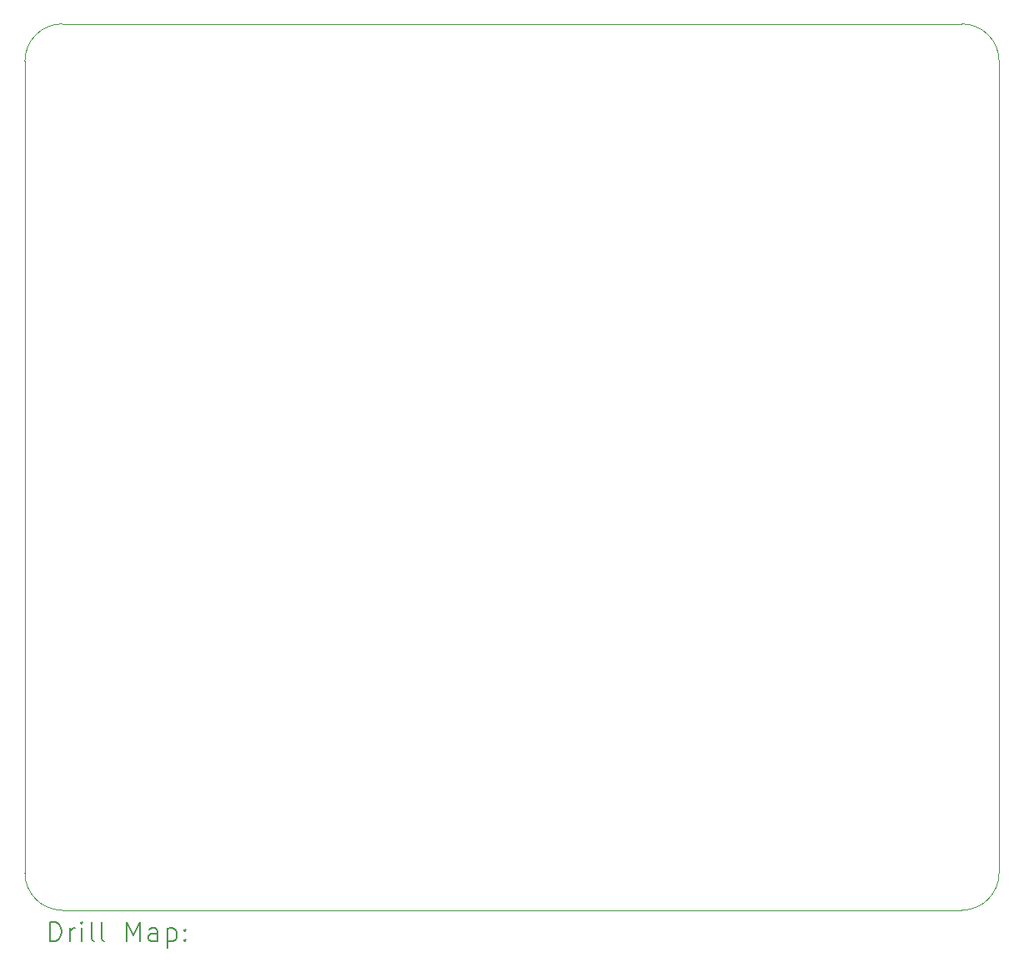
<source format=gbr>
%TF.GenerationSoftware,KiCad,Pcbnew,8.0.1*%
%TF.CreationDate,2024-04-14T14:54:34-03:00*%
%TF.ProjectId,Shield STM32 Bluepill,53686965-6c64-4205-9354-4d333220426c,0.0*%
%TF.SameCoordinates,Original*%
%TF.FileFunction,Drillmap*%
%TF.FilePolarity,Positive*%
%FSLAX45Y45*%
G04 Gerber Fmt 4.5, Leading zero omitted, Abs format (unit mm)*
G04 Created by KiCad (PCBNEW 8.0.1) date 2024-04-14 14:54:34*
%MOMM*%
%LPD*%
G01*
G04 APERTURE LIST*
%ADD10C,0.100000*%
%ADD11C,0.200000*%
G04 APERTURE END LIST*
D10*
X21080000Y-2670000D02*
G75*
G02*
X21460000Y-3050000I0J-380000D01*
G01*
X21460000Y-11300000D02*
G75*
G02*
X21080000Y-11680000I-380000J0D01*
G01*
X11940000Y-11680000D02*
G75*
G02*
X11560000Y-11300000I0J380000D01*
G01*
X11940000Y-11680000D02*
X21080000Y-11680000D01*
X11560000Y-3050000D02*
X11560000Y-11300000D01*
X11560000Y-3050000D02*
G75*
G02*
X11940000Y-2670000I380000J0D01*
G01*
X21080000Y-2670000D02*
X11940000Y-2670000D01*
X21460000Y-11300000D02*
X21460000Y-3050000D01*
D11*
X11815777Y-11996484D02*
X11815777Y-11796484D01*
X11815777Y-11796484D02*
X11863396Y-11796484D01*
X11863396Y-11796484D02*
X11891967Y-11806008D01*
X11891967Y-11806008D02*
X11911015Y-11825055D01*
X11911015Y-11825055D02*
X11920539Y-11844103D01*
X11920539Y-11844103D02*
X11930062Y-11882198D01*
X11930062Y-11882198D02*
X11930062Y-11910769D01*
X11930062Y-11910769D02*
X11920539Y-11948865D01*
X11920539Y-11948865D02*
X11911015Y-11967912D01*
X11911015Y-11967912D02*
X11891967Y-11986960D01*
X11891967Y-11986960D02*
X11863396Y-11996484D01*
X11863396Y-11996484D02*
X11815777Y-11996484D01*
X12015777Y-11996484D02*
X12015777Y-11863150D01*
X12015777Y-11901246D02*
X12025301Y-11882198D01*
X12025301Y-11882198D02*
X12034824Y-11872674D01*
X12034824Y-11872674D02*
X12053872Y-11863150D01*
X12053872Y-11863150D02*
X12072920Y-11863150D01*
X12139586Y-11996484D02*
X12139586Y-11863150D01*
X12139586Y-11796484D02*
X12130062Y-11806008D01*
X12130062Y-11806008D02*
X12139586Y-11815531D01*
X12139586Y-11815531D02*
X12149110Y-11806008D01*
X12149110Y-11806008D02*
X12139586Y-11796484D01*
X12139586Y-11796484D02*
X12139586Y-11815531D01*
X12263396Y-11996484D02*
X12244348Y-11986960D01*
X12244348Y-11986960D02*
X12234824Y-11967912D01*
X12234824Y-11967912D02*
X12234824Y-11796484D01*
X12368158Y-11996484D02*
X12349110Y-11986960D01*
X12349110Y-11986960D02*
X12339586Y-11967912D01*
X12339586Y-11967912D02*
X12339586Y-11796484D01*
X12596729Y-11996484D02*
X12596729Y-11796484D01*
X12596729Y-11796484D02*
X12663396Y-11939341D01*
X12663396Y-11939341D02*
X12730062Y-11796484D01*
X12730062Y-11796484D02*
X12730062Y-11996484D01*
X12911015Y-11996484D02*
X12911015Y-11891722D01*
X12911015Y-11891722D02*
X12901491Y-11872674D01*
X12901491Y-11872674D02*
X12882443Y-11863150D01*
X12882443Y-11863150D02*
X12844348Y-11863150D01*
X12844348Y-11863150D02*
X12825301Y-11872674D01*
X12911015Y-11986960D02*
X12891967Y-11996484D01*
X12891967Y-11996484D02*
X12844348Y-11996484D01*
X12844348Y-11996484D02*
X12825301Y-11986960D01*
X12825301Y-11986960D02*
X12815777Y-11967912D01*
X12815777Y-11967912D02*
X12815777Y-11948865D01*
X12815777Y-11948865D02*
X12825301Y-11929817D01*
X12825301Y-11929817D02*
X12844348Y-11920293D01*
X12844348Y-11920293D02*
X12891967Y-11920293D01*
X12891967Y-11920293D02*
X12911015Y-11910769D01*
X13006253Y-11863150D02*
X13006253Y-12063150D01*
X13006253Y-11872674D02*
X13025301Y-11863150D01*
X13025301Y-11863150D02*
X13063396Y-11863150D01*
X13063396Y-11863150D02*
X13082443Y-11872674D01*
X13082443Y-11872674D02*
X13091967Y-11882198D01*
X13091967Y-11882198D02*
X13101491Y-11901246D01*
X13101491Y-11901246D02*
X13101491Y-11958388D01*
X13101491Y-11958388D02*
X13091967Y-11977436D01*
X13091967Y-11977436D02*
X13082443Y-11986960D01*
X13082443Y-11986960D02*
X13063396Y-11996484D01*
X13063396Y-11996484D02*
X13025301Y-11996484D01*
X13025301Y-11996484D02*
X13006253Y-11986960D01*
X13187205Y-11977436D02*
X13196729Y-11986960D01*
X13196729Y-11986960D02*
X13187205Y-11996484D01*
X13187205Y-11996484D02*
X13177682Y-11986960D01*
X13177682Y-11986960D02*
X13187205Y-11977436D01*
X13187205Y-11977436D02*
X13187205Y-11996484D01*
X13187205Y-11872674D02*
X13196729Y-11882198D01*
X13196729Y-11882198D02*
X13187205Y-11891722D01*
X13187205Y-11891722D02*
X13177682Y-11882198D01*
X13177682Y-11882198D02*
X13187205Y-11872674D01*
X13187205Y-11872674D02*
X13187205Y-11891722D01*
M02*

</source>
